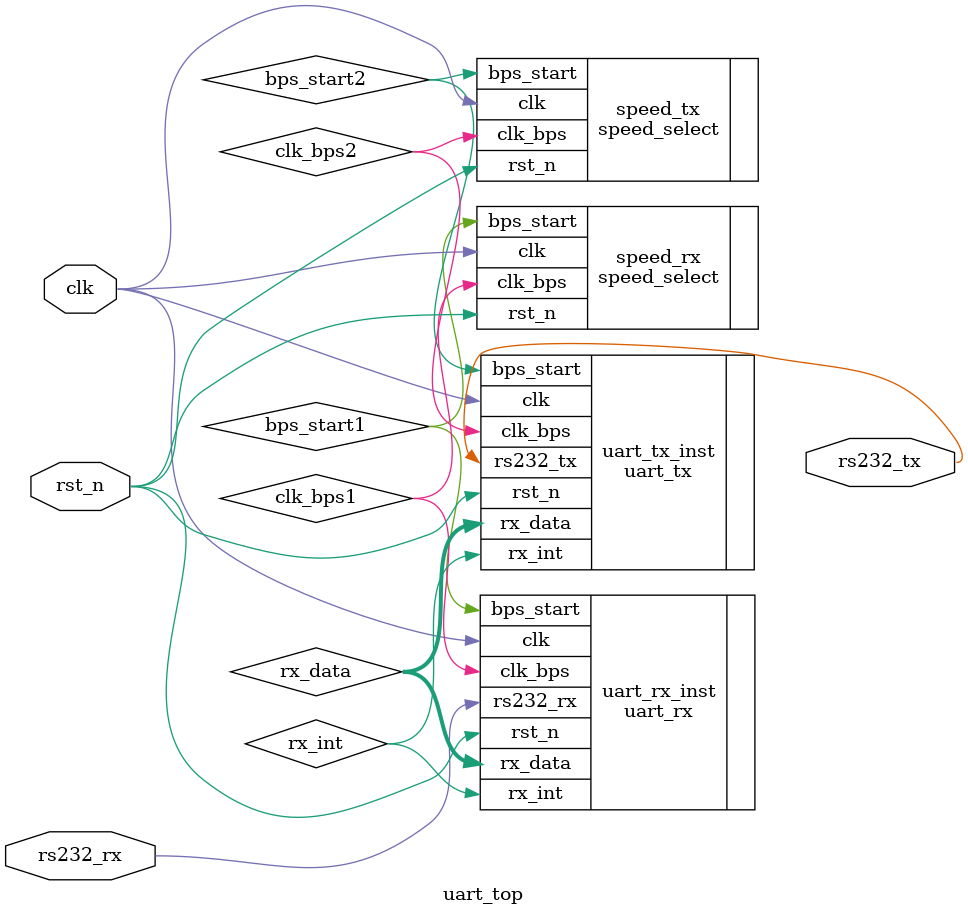
<source format=v>
module	uart_top(
	input				clk,
	input				rst_n,
	input				rs232_rx,
	output				rs232_tx
);

	wire			bps_start1,bps_start2;
	wire			clk_bps1,clk_bps2;
	wire	[7:0]	rx_data/*synthesis keep*/;
	wire			rx_int;
	
speed_select		speed_rx(
	.clk					(clk),
	.rst_n					(rst_n),
	.bps_start				(bps_start1),
	.clk_bps				(clk_bps1)
);

uart_rx				uart_rx_inst(
	.clk					(clk),		
	.rst_n					(rst_n),		
	.rs232_rx				(rs232_rx),	
	.clk_bps				(clk_bps1),	
	.bps_start				(bps_start1),	
	.rx_data				(rx_data),	
	.rx_int					(rx_int)		
);

speed_select		speed_tx(
	.clk					(clk),
	.rst_n					(rst_n),
	.bps_start				(bps_start2),
	.clk_bps				(clk_bps2)
);

uart_tx				uart_tx_inst(
	.clk					(clk),											
	.rst_n					(rst_n),											
	.clk_bps				(clk_bps2),										
	.rx_data				(rx_data),										
	.rx_int					(rx_int),										
	.rs232_tx				(rs232_tx),										
	.bps_start				(bps_start2)									
);


endmodule
</source>
